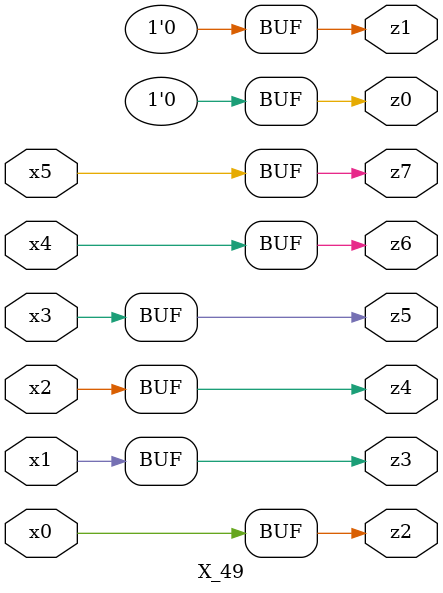
<source format=v>

module X_49 ( 
    x0, x1, x2, x3, x4, x5,
    z0, z1, z2, z3, z4, z5, z6, z7  );
  input  x0, x1, x2, x3, x4, x5;
  output z0, z1, z2, z3, z4, z5, z6, z7;
  assign z0 = 1'b0;
  assign z1 = 1'b0;
  assign z2 = x0;
  assign z3 = x1;
  assign z4 = x2;
  assign z5 = x3;
  assign z6 = x4;
  assign z7 = x5;
endmodule



</source>
